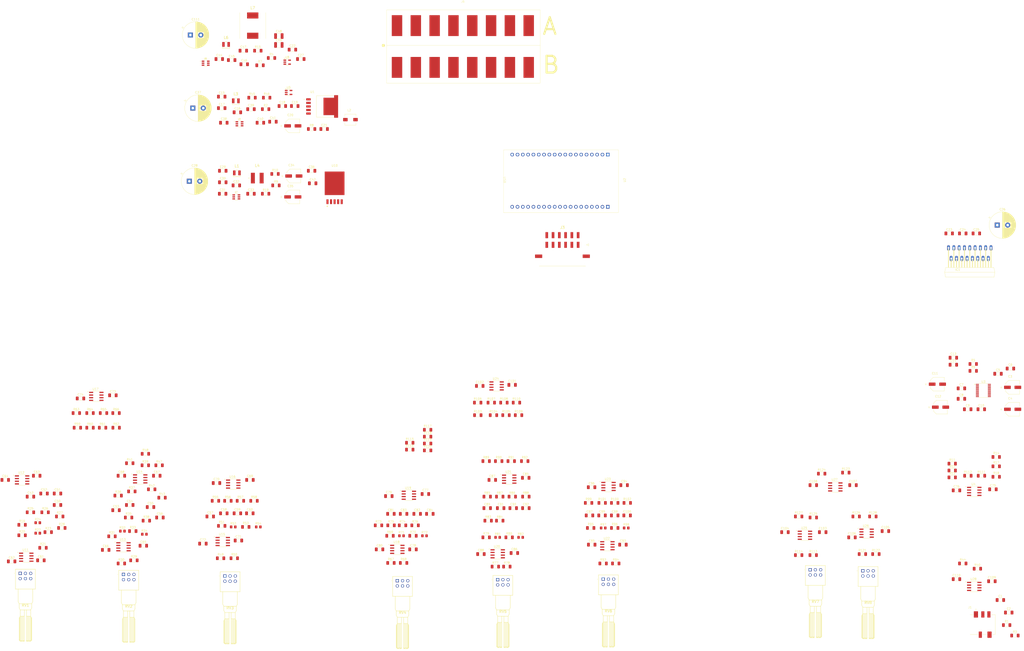
<source format=kicad_pcb>
(kicad_pcb (version 20240108) (generator "pcbnew") (generator_version "8.0")
  (layers (0 "F.Cu" signal) (31 "B.Cu" signal) (34 "B.Paste" user) (35 "F.Paste" user) (36 "B.SilkS" user "B.Silkscreen") (37 "F.SilkS" user "F.Silkscreen") (38 "B.Mask" user) (39 "F.Mask" user) (44 "Edge.Cuts" user))
  (net 0 "")
  (net 1 "Net-(U28A-+)")
  (net 2 "Net-(C1-Pad1)")
  (net 3 "Net-(C2-Pad1)")
  (net 4 "Net-(U28B-+)")
  (net 5 "GND")
  (net 6 "Net-(U3-LDOO)")
  (net 7 "+3.3VDigital")
  (net 8 "Net-(U3-CAPP)")
  (net 9 "Net-(U3-CAPM)")
  (net 10 "+3.3VAnalog")
  (net 11 "GNDA")
  (net 12 "Net-(U3-VNEG)")
  (net 13 "Net-(U4A--)")
  (net 14 "Net-(U4B--)")
  (net 15 "+12VPerm")
  (net 16 "Net-(U9-EN)")
  (net 17 "Net-(U1-IN)")
  (net 18 "+5VAnalog")
  (net 19 "+5VDigital")
  (net 20 "Net-(IC1-INPUT1)")
  (net 21 "MSL")
  (net 22 "Net-(IC1-IN3)")
  (net 23 "MSR")
  (net 24 "Net-(U10-*SHDN)")
  (net 25 "Net-(U7-CB)")
  (net 26 "Net-(U7-SW)")
  (net 27 "Net-(U9-SW)")
  (net 28 "Net-(U9-CB)")
  (net 29 "-5VAnalog")
  (net 30 "Net-(C43-Pad1)")
  (net 31 "FALowR")
  (net 32 "Net-(U6-EN)")
  (net 33 "Net-(U6-CB)")
  (net 34 "Net-(U6-SW)")
  (net 35 "Net-(U12B-+)")
  (net 36 "Net-(U12A-+)")
  (net 37 "Net-(C52-Pad1)")
  (net 38 "FALowL")
  (net 39 "Net-(C53-Pad2)")
  (net 40 "Net-(U14A-+)")
  (net 41 "Net-(C55-Pad2)")
  (net 42 "Net-(U14B-+)")
  (net 43 "Net-(C57-Pad1)")
  (net 44 "Net-(C57-Pad2)")
  (net 45 "Net-(U16A-+)")
  (net 46 "Net-(C59-Pad2)")
  (net 47 "Net-(C59-Pad1)")
  (net 48 "Net-(U16B-+)")
  (net 49 "Net-(U19A-+)")
  (net 50 "Net-(U19B-+)")
  (net 51 "FANCLowL")
  (net 52 "Net-(C83-Pad1)")
  (net 53 "Net-(C84-Pad1)")
  (net 54 "FANCLowR")
  (net 55 "Net-(C89-Pad2)")
  (net 56 "Net-(C90-Pad2)")
  (net 57 "Net-(U21A-+)")
  (net 58 "Net-(U21B-+)")
  (net 59 "Net-(C97-Pad2)")
  (net 60 "Net-(C97-Pad1)")
  (net 61 "Net-(C98-Pad2)")
  (net 62 "Net-(C100-Pad2)")
  (net 63 "Net-(U23A-+)")
  (net 64 "Net-(U23B-+)")
  (net 65 "RightFront+")
  (net 67 "LeftFront-")
  (net 71 "GNDPWR")
  (net 72 "LeftFront+")
  (net 73 "RightFront-")
  (net 74 "Net-(U2-IO35)")
  (net 75 "Net-(U2-IO34)")
  (net 76 "AVRCP_NEXT")
  (net 77 "I2C_SDA")
  (net 79 "AVRC_PREV")
  (net 80 "I2C_SCL")
  (net 81 "AVRCP_PLAY")
  (net 84 "RANCR")
  (net 89 "RANCL")
  (net 91 "Net-(R2-Pad1)")
  (net 92 "Net-(R4-Pad2)")
  (net 93 "Net-(U6-FB)")
  (net 94 "Net-(U3-OUTL)")
  (net 95 "Net-(U3-OUTR)")
  (net 96 "Net-(U1-SD)")
  (net 97 "Net-(U7-FB)")
  (net 98 "Net-(R19-Pad2)")
  (net 99 "RALowL")
  (net 100 "Net-(R11-Pad1)")
  (net 101 "RAMidL")
  (net 102 "RAHighL")
  (net 103 "Net-(R111-Pad2)")
  (net 104 "RALowR")
  (net 105 "Net-(R16-Pad1)")
  (net 106 "RAMidR")
  (net 107 "RAHighR")
  (net 108 "Net-(R20-Pad1)")
  (net 109 "Net-(U11A--)")
  (net 110 "Net-(R22-Pad1)")
  (net 111 "Net-(U11B--)")
  (net 112 "Net-(R24-Pad1)")
  (net 113 "Net-(R29-Pad1)")
  (net 114 "Net-(R30-Pad1)")
  (net 115 "Net-(U13A--)")
  (net 116 "Net-(R32-Pad1)")
  (net 117 "Net-(U13B--)")
  (net 118 "Net-(R34-Pad1)")
  (net 119 "FAMidL")
  (net 120 "Net-(U14A--)")
  (net 121 "Net-(U28B--)")
  (net 122 "FAMidR")
  (net 123 "Net-(U28A--)")
  (net 124 "Net-(U9-FB)")
  (net 125 "Net-(U14B--)")
  (net 126 "Net-(R49-Pad1)")
  (net 127 "Net-(R50-Pad1)")
  (net 128 "Net-(U15A--)")
  (net 129 "Net-(U15B--)")
  (net 130 "FAHighL")
  (net 131 "FAHighR")
  (net 132 "Net-(U17A--)")
  (net 133 "FAL")
  (net 134 "Net-(U17B--)")
  (net 135 "FAR")
  (net 136 "RANCLowL")
  (net 137 "Net-(R67-Pad1)")
  (net 138 "Net-(R68-Pad1)")
  (net 139 "RANCLowR")
  (net 140 "Net-(U18A--)")
  (net 141 "Net-(U18B--)")
  (net 142 "Net-(R71-Pad1)")
  (net 143 "Net-(R72-Pad1)")
  (net 144 "Net-(R77-Pad1)")
  (net 145 "RANCMidL")
  (net 146 "Net-(R78-Pad1)")
  (net 147 "RANCMidR")
  (net 148 "Net-(U20A--)")
  (net 149 "Net-(U20B--)")
  (net 150 "Net-(R81-Pad1)")
  (net 151 "Net-(R82-Pad1)")
  (net 152 "FANCMidL")
  (net 153 "FANCMidR")
  (net 154 "Net-(U21A--)")
  (net 155 "Net-(U21B--)")
  (net 156 "RANCHighL")
  (net 157 "Net-(R93-Pad1)")
  (net 158 "RANCHighR")
  (net 159 "Net-(R94-Pad1)")
  (net 160 "Net-(U22A--)")
  (net 161 "Net-(U22B--)")
  (net 162 "FANCHighL")
  (net 163 "FANCHighR")
  (net 164 "Net-(U24A--)")
  (net 165 "Net-(U24B--)")
  (net 166 "FANCL")
  (net 167 "FANCR")
  (net 168 "Net-(R113-Pad1)")
  (net 169 "Net-(R114-Pad1)")
  (net 170 "Net-(R121-Pad1)")
  (net 171 "Net-(R122-Pad1)")
  (net 172 "Net-(U27B--)")
  (net 173 "Net-(U27A--)")
  (net 174 "Net-(U25A--)")
  (net 175 "Net-(U26A--)")
  (net 176 "Net-(U25B--)")
  (net 177 "Net-(U26B--)")
  (net 178 "Net-(U11B-+)")
  (net 179 "Net-(U11A-+)")
  (net 180 "Net-(U13A-+)")
  (net 181 "Net-(U13B-+)")
  (net 182 "Net-(U15A-+)")
  (net 183 "Net-(U15B-+)")
  (net 184 "Net-(U18B-+)")
  (net 185 "Net-(U18A-+)")
  (net 186 "Net-(U20B-+)")
  (net 187 "Net-(U20A-+)")
  (net 188 "Net-(U22A-+)")
  (net 189 "Net-(U22B-+)")
  (net 190 "Net-(U25A-+)")
  (net 191 "Net-(U25B-+)")
  (net 192 "Net-(U26A-+)")
  (net 193 "Net-(U26B-+)")
  (net 197 "I2S_WS")
  (net 200 "I2S_SCK")
  (net 210 "I2S_SD")
  (footprint "Capacitor_SMD:C_1206_3216Metric_Pad1.33x1.80mm_HandSolder" (layer "F.Cu") (at 179 96.5)
    (property "Reference" "C29")
    (property "Value" "10n")
  )
  (footprint "Capacitor_SMD:C_1206_3216Metric_Pad1.33x1.80mm_HandSolder" (layer "F.Cu") (at 278.0625 260.75)
    (property "Reference" "C84")
    (property "Value" "22n")
  )
  (footprint "Capacitor_SMD:C_1206_3216Metric_Pad1.33x1.80mm_HandSolder" (layer "F.Cu") (at 176 246)
    (property "Reference" "C70")
    (property "Value" "100n")
  )
  (footprint "AudioSystemFootprintLibrary:LMR51420XFDDCR" (layer "F.Cu") (at 170.823959 45)
    (property "Reference" "U6")
    (property "Value" "LMR51420XFDDCR")
  )
  (footprint "Resistor_SMD:R_1206_3216Metric_Pad1.30x1.75mm_HandSolder" (layer "F.Cu") (at 268.45 230)
    (property "Reference" "R116")
    (property "Value" "1k")
  )
  (footprint "Capacitor_SMD:C_1206_3216Metric_Pad1.33x1.80mm_HandSolder" (layer "F.Cu") (at 78 283.5)
    (property "Reference" "C62")
    (property "Value" "100n")
  )
  (footprint "Resistor_SMD:R_1206_3216Metric_Pad1.30x1.75mm_HandSolder" (layer "F.Cu") (at 307.45 207.5)
    (property "Reference" "R107")
    (property "Value" "1k")
  )
  (footprint "AudioSystemFootprintLibrary:SJ1-3515-SMT-TR-BE" (layer "F.Cu") (at 542.5 314)
    (property "Reference" "J1")
    (property "Value" "SJ1-3515-SMT-TR-BE")
  )
  (footprint "Resistor_SMD:R_1206_3216Metric_Pad1.30x1.75mm_HandSolder" (layer "F.Cu") (at 305 235.5)
    (property "Reference" "R89")
    (property "Value" "2k")
  )
  (footprint "Resistor_SMD:R_1206_3216Metric_Pad1.30x1.75mm_HandSolder" (layer "F.Cu") (at 271 266.25)
    (property "Reference" "R76")
    (property "Value" "16k")
  )
  (footprint "Capacitor_SMD:C_1206_3216Metric_Pad1.33x1.80mm_HandSolder" (layer "F.Cu") (at 179 102)
    (property "Reference" "C30")
    (property "Value" "100n")
  )
  (footprint "Capacitor_SMD:C_1206_3216Metric_Pad1.33x1.80mm_HandSolder" (layer "F.Cu") (at 366.5 261.5)
    (property "Reference" "C98")
    (property "Value" "22n")
  )
  (footprint "Resistor_SMD:R_1206_3216Metric_Pad1.30x1.75mm_HandSolder" (layer "F.Cu") (at 268.45 226.71)
    (property "Reference" "R115")
    (property "Value" "1k")
  )
  (footprint "Resistor_SMD:R_1206_3216Metric_Pad1.30x1.75mm_HandSolder" (layer "F.Cu") (at 482 262)
    (property "Reference" "R126")
    (property "Value" "1k")
  )
  (footprint "AudioSystemFootprintLibrary:PTN092H10120K1B" (layer "F.Cu") (at 310.5 292.25)
    (property "Reference" "RV5")
    (property "Value" "10k" (hide yes))
  )
  (footprint "Capacitor_SMD:C_1206_3216Metric_Pad1.33x1.80mm_HandSolder" (layer "F.Cu") (at 148.9375 262.5)
    (property "Reference" "C56")
    (property "Value" "22n")
  )
  (footprint "AudioSystemFootprintLibrary:UCZ1J100MCL1GS" (layer "F.Cu") (at 213 99)
    (property "Reference" "C34")
    (property "Value" "10u")
  )
  (footprint "Capacitor_SMD:C_1206_3216Metric_Pad1.33x1.80mm_HandSolder" (layer "F.Cu") (at 466 269.5)
    (property "Reference" "C103")
    (property "Value" "100n")
  )
  (footprint "Capacitor_SMD:C_1206_3216Metric_Pad1.33x1.80mm_HandSolder" (layer "F.Cu") (at 90 242.5)
    (property "Reference" "C63")
    (property "Value" "100n")
  )
  (footprint "Capacitor_SMD:C_1206_3216Metric_Pad1.33x1.80mm_HandSolder" (layer "F.Cu") (at 275.9375 251.25)
    (property "Reference" "C77")
    (property "Value" "100n")
  )
  (footprint "Package_SO:TSSOP-20_4.4x6.5mm_P0.65mm" (layer "F.Cu") (at 542.8625 201.675)
    (property "Reference" "U3")
    (property "Value" "PCM5102A")
  )
  (footprint "Resistor_SMD:R_1206_3216Metric_Pad1.30x1.75mm_HandSolder" (layer "F.Cu") (at 549 233.5)
    (property "Reference" "R14")
    (property "Value" "1k")
  )
  (footprint "Capacitor_SMD:C_1206_3216Metric_Pad1.33x1.80mm_HandSolder" (layer "F.Cu") (at 539.5 126.5)
    (property "Reference" "C25")
    (property "Value" "100n")
  )
  (footprint "Resistor_SMD:R_0805_2012Metric_Pad1.20x1.40mm_HandSolder" (layer "F.Cu") (at 141.5 270.5)
    (property "Reference" "R34")
    (property "Value" "500")
  )
  (footprint "Resistor_SMD:R_1206_3216Metric_Pad1.30x1.75mm_HandSolder" (layer "F.Cu") (at 259.5 266.25)
    (property "Reference" "R75")
    (property "Value" "16k")
  )
  (footprint "Resistor_SMD:R_1206_3216Metric_Pad1.30x1.75mm_HandSolder" (layer "F.Cu") (at 134.5 236.5)
    (property "Reference" "R41")
    (property "Value" "1k")
  )
  (footprint "Resistor_SMD:R_0805_2012Metric_Pad1.20x1.40mm_HandSolder" (layer "F.Cu") (at 372 267.5)
    (property "Reference" "R98")
    (property "Value" "500")
  )
  (footprint "Resistor_SMD:R_1206_3216Metric_Pad1.30x1.75mm_HandSolder" (layer "F.Cu") (at 200 61.5)
    (property "Reference" "R46")
    (property "Value" "12k")
  )
  (footprint "Resistor_SMD:R_1206_3216Metric_Pad1.30x1.75mm_HandSolder" (layer "F.Cu") (at 308.5 213.5)
    (property "Reference" "R104")
    (property "Value" "1k")
  )
  (footprint "Resistor_SMD:R_1206_3216Metric_Pad1.30x1.75mm_HandSolder" (layer "F.Cu") (at 367 284.5)
    (property "Reference" "R94")
    (property "Value" "5k")
  )
  (footprint "AudioSystemFootprintLibrary:OPA2134UA" (layer "F.Cu") (at 85 281.5)
    (property "Reference" "U11")
    (property "Value" "OPA2134")
  )
  (footprint "Resistor_SMD:R_1206_3216Metric_Pad1.30x1.75mm_HandSolder" (layer "F.Cu") (at 221.5 76.5)
    (property "Reference" "R8")
    (property "Value" "10k")
  )
  (footprint "Resistor_SMD:R_1206_3216Metric_Pad1.30x1.75mm_HandSolder" (layer "F.Cu") (at 305 272)
    (property "Reference" "R79")
    (property "Value" "1k")
  )
  (footprint "Capacitor_THT:CP_Radial_D12.5mm_P5.00mm" (layer "F.Cu") (at 163 101.5)
    (property "Reference" "C28")
    (property "Value" "1000u")
  )
  (footprint "Capacitor_SMD:C_1206_3216Metric_Pad1.33x1.80mm_HandSolder" (layer "F.Cu") (at 134.5 256.5)
    (property "Reference" "C54")
    (property "Value" "22n")
  )
  (footprint "Capacitor_SMD:C_1206_3216Metric_Pad1.33x1.80mm_HandSolder" (layer "F.Cu") (at 317.9375 258)
    (property "Reference" "C90")
    (property "Value" "22n")
  )
  (footprint "Capacitor_SMD:C_1206_3216Metric_Pad1.33x1.80mm_HandSolder" (layer "F.Cu") (at 212.323959 38.5)
    (property "Reference" "C22")
    (property "Value" "1u")
  )
  (footprint "Resistor_SMD:R_1206_3216Metric_Pad1.30x1.75mm_HandSolder" (layer "F.Cu") (at 115.5 212.5)
    (property "Reference" "R64")
    (property "Value" "1k")
  )
  (footprint "Capacitor_SMD:C_1206_3216Metric_Pad1.33x1.80mm_HandSolder" (layer "F.Cu") (at 169.5 275)
    (property "Reference" "C72")
    (property "Value" "100n")
  )
  (footprint "Capacitor_SMD:C_1206_3216Metric_Pad1.33x1.80mm_HandSolder" (layer "F.Cu") (at 354.4375 261.5)
    (property "Reference" "C97")
    (property "Value" "22n")
  )
  (footprint "AudioSystemFootprintLibrary:UCZ1J100MCL1GS" (layer "F.Cu") (at 556.8625 200.175)
    (property "Reference" "C3")
    (property "Value" "10u")
  )
  (footprint "Resistor_SMD:R_1206_3216Metric_Pad1.30x1.75mm_HandSolder" (layer "F.Cu") (at 178.5 266.5)
    (property "Reference" "R51")
    (property "Value" "1k")
  )
  (footprint "Capacitor_SMD:C_1206_3216Metric_Pad1.33x1.80mm_HandSolder" (layer "F.Cu") (at 147.4375 242.5)
    (property "Reference" "C67")
    (property "Value" "100n")
  )
  (footprint "Capacitor_SMD:C_1206_3216Metric_Pad1.33x1.80mm_HandSolder" (layer "F.Cu") (at 93.5 251)
    (property "Reference" "C52")
    (property "Value" "22n")
  )
  (footprint "Resistor_SMD:R_1206_3216Metric_Pad1.30x1.75mm_HandSolder" (layer "F.Cu") (at 128 219.5)
    (property "Reference" "R62")
    (property "Value" "1k")
  )
  (footprint "Capacitor_SMD:C_1206_3216Metric_Pad1.33x1.80mm_HandSolder" (layer "F.Cu") (at 192.5 67)
    (property "Reference" "C39")
    (property "Value" "0.1u")
  )
  (footprint "AudioSystemFootprintLibrary:OPA2134UA" (layer "F.Cu") (at 487 270)
    (property "Reference" "U26")
    (property "Value" "OPA2134")
  )
  (footprint "Resistor_SMD:R_0805_2012Metric_Pad1.20x1.40mm_HandSolder" (layer "F.Cu") (at 310.5 272)
    (property "Reference" "R81")
    (property "Value" "500")
  )
  (footprint "Capacitor_SMD:C_1206_3216Metric_Pad1.33x1.80mm_HandSolder" (layer "F.Cu") (at 302.5 280)
    (property "Reference" "C88")
    (property "Value" "100n")
  )
  (footprint "AudioSystemFootprintLibrary:OPA2134UA" (layer "F.Cu") (at 538.5 295.5)
    (property "Reference" "U28")
    (property "Value" "OPA2134")
  )
  (footprint "Resistor_SMD:R_1206_3216Metric_Pad1.30x1.75mm_HandSolder" (layer "F.Cu") (at 300.95 207.5)
    (property "Reference" "R106")
    (property "Value" "1k")
  )
  (footprint "Capacitor_SMD:C_1206_3216Metric_Pad1.33x1.80mm_HandSolder" (layer "F.Cu") (at 177.323959 43)
    (property "Reference" "C44")
    (property "Value" "100n")
  )
  (footprint "Resistor_SMD:R_1206_3216Metric_Pad1.30x1.75mm_HandSolder" (layer "F.Cu") (at 485 280)
    (property "Reference" "R121")
    (property "Value" "5k")
  )
  (footprint "Capacitor_SMD:C_1206_3216Metric_Pad1.33x1.80mm_HandSolder" (layer "F.Cu") (at 355.4375 248)
    (property "Reference" "C96")
    (property "Value" "100n")
  )
  (footprint "Capacitor_SMD:C_1206_3216Metric_Pad1.33x1.80mm_HandSolder" (layer "F.Cu") (at 197 73.5)
    (property "Reference" "C40")
    (property "Value" "10u")
  )
  (footprint "Capacitor_SMD:C_1206_3216Metric_Pad1.33x1.80mm_HandSolder" (layer "F.Cu") (at 318.5 279.5)
    (property "Reference" "C86")
    (property "Value" "100n")
  )
  (footprint "Capacitor_SMD:C_1206_3216Metric_Pad1.33x1.80mm_HandSolder" (layer "F.Cu") (at 189.261459 45.5)
    (property "Reference" "C46")
    (property "Value" "2.2u")
  )
  (footprint "Capacitor_SMD:C_1206_3216Metric_Pad1.33x1.80mm_HandSolder" (layer "F.Cu") (at 532.3625 205.675)
    (property "Reference" "C8")
    (property "Value" "0.1u")
  )
  (footprint "Capacitor_SMD:C_1206_3216Metric_Pad1.33x1.80mm_HandSolder" (layer "F.Cu") (at 173 262)
    (property "Reference" "C57")
    (property "Value" "22n")
  )
  (footprint "AudioSystemFootprintLibrary:UCZ1J100MCL1GS" (layer "F.Cu") (at 212.5 75)
    (property "Reference" "C20")
    (property "Value" "10u")
  )
  (footprint "AudioSystemFootprintLibrary:SRP0315-1R0K" (layer "F.Cu") (at 185.75 97.73)
    (property "Reference" "L1")
    (property "Value" "1u" (hide yes))
  )
  (footprint "Capacitor_SMD:C_1206_3216Metric_Pad1.33x1.80mm_HandSolder" (layer "F.Cu") (at 371 247)
    (property "Reference" "C94")
    (property "Value" "100n")
  )
  (footprint "Resistor_SMD:R_1206_3216Metric_Pad1.30x1.75mm_HandSolder" (layer "F.Cu") (at 540 287)
    (property "Reference" "R40")
    (property "Value" "320")
  )
  (footprint "Resistor_SMD:R_1206_3216Metric_Pad1.30x1.75mm_HandSolder" (layer "F.Cu") (at 149.95 253)
    (property "Reference" "R43")
    (property "Value" "56k")
  )
  (footprint "Resistor_SMD:R_1206_3216Metric_Pad1.30x1.75mm_HandSolder" (layer "F.Cu") (at 314.9 286)
    (property "Reference" "R78")
    (property "Value" "5k")
  )
  (footprint "Resistor_SMD:R_1206_3216Metric_Pad1.30x1.75mm_HandSolder" (layer "F.Cu") (at 190 267)
    (property "Reference" "R53")
    (property "Value" "1k")
  )
  (footprint "Resistor_SMD:R_1206_3216Metric_Pad1.30x1.75mm_HandSolder" (layer "F.Cu") (at 323.45 235.5)
    (property "Reference" "R92")
    (property "Value" "1k")
  )
  (footprint "Capacitor_SMD:C_1206_3216Metric_Pad1.33x1.80mm_HandSolder" (layer "F.Cu") (at 221.5 96.5)
    (property "Reference" "C36")
    (property "Value" "10u")
  )
  (footprint "Capacitor_SMD:C_1206_3216Metric_Pad1.33x1.80mm_HandSolder" (layer "F.Cu") (at 546.9375 293)
    (property "Reference" "C109")
    (property "Value" "100n")
  )
  (footprint "Package_TO_SOT_SMD:SOT-23-5" (layer "F.Cu") (at 209.823959 44.5)
    (property "Reference" "U8")
    (property "Value" "LP5907MFX-3.3")
  )
  (footprint "Capacitor_SMD:C_1206_3216Metric_Pad1.33x1.80mm_HandSolder" (layer "F.Cu") (at 533 126.5)
    (property "Reference" "C24")
    (property "Value" "220n")
  )
  (footprint "Capacitor_SMD:C_1206_3216Metric_Pad1.33x1.80mm_HandSolder" (layer "F.Cu") (at 179.5 73.5)
    (property "Reference" "C38")
    (property "Value" "2.2u")
  )
  (footprint "AudioSystemFootprintLibrary:Conn_ISO_Solder_Pad" (layer "F.Cu") (at 293.853554 21.5)
    (property "Reference" "J6")
    (property "Value" "Conn_ISO")
  )
  (footprint "AudioSystemFootprintLibrary:OPA2134UA" (layer "F.Cu") (at 139.5 244)
    (property "Reference" "U14")
    (property "Value" "OPA2134")
  )
  (footprint "Resistor_SMD:R_1206_3216Metric_Pad1.30x1.75mm_HandSolder" (layer "F.Cu") (at 372.5 255.5)
    (property "Reference" "R102")
    (property "Value" "7.5k")
  )
  (footprint "AudioSystemFootprintLibrary:OPA2134UA" (layer "F.Cu") (at 118.5 204.5)
    (property "Reference" "U17")
    (property "Value" "OPA2134")
  )
  (footprint "Resistor_SMD:R_1206_3216Metric_Pad1.30x1.75mm_HandSolder" (layer "F.Cu") (at 202.323959 42.5)
    (property "Reference" "R4")
    (property "Value" "11k")
  )
  (footprint "Resistor_SMD:R_1206_3216Metric_Pad1.30x1.75mm_HandSolder" (layer "F.Cu") (at 465.5 241.5)
    (property "Reference" "R124")
    (property "Value" "1k")
  )
  (footprint "Resistor_SMD:R_1206_3216Metric_Pad1.30x1.75mm_HandSolder" (layer "F.Cu") (at 87 260)
    (property "Reference" "R25")
    (property "Value" "16k")
  )
  (footprint "Resistor_SMD:R_1206_3216Metric_Pad1.30x1.75mm_HandSolder" (layer "F.Cu") (at 313.5 207.5)
    (property "Reference" "R108")
    (property "Value" "1k")
  )
  (footprint "Capacitor_THT:CP_Radial_D12.5mm_P5.00mm" (layer "F.Cu") (at 549.5 122.5)
    (property "Reference" "C26")
    (property "Value" "2200u")
  )
  (footprint "Resistor_SMD:R_1206_3216Metric_Pad1.30x1.75mm_HandSolder" (layer "F.Cu") (at 93 277)
    (property "Reference" "R21")
    (property "Value" "1k")
  )
  (footprint "Capacitor_SMD:C_1206_3216Metric_Pad1.33x1.80mm_HandSolder" (layer "F.Cu") (at 270 277.75)
    (property "Reference" "C78")
    (property "Value" "100n")
  )
  (footprint "Capacitor_SMD:C_1206_3216Metric_Pad1.33x1.80mm_HandSolder" (layer "F.Cu") (at 99.9375 256.5)
    (property "Reference" "C50")
    (property "Value" "22n")
  )
  (footprint "AudioSystemFootprintLibrary:TDA1558Q" (layer "F.Cu") (at 536.35 147.39)
    (property "Reference" "IC1")
    (property "Value" "TDA1558Q")
  )
  (footprint "Capacitor_SMD:C_1210_3225Metric_Pad1.33x2.70mm_HandSolder" (layer "F.Cu") (at 205.823959 36.25)
    (property "Reference" "C49")
    (property "Value" "22u")
  )
  (footprint "Capacitor_SMD:C_1206_3216Metric_Pad1.33x1.80mm_HandSolder" (layer "F.Cu") (at 144.4375 257.5)
    (property "Reference" "C55")
    (property "Value" "22n")
  )
  (footprint "Resistor_SMD:R_1206_3216Metric_Pad1.30x1.75mm_HandSolder" (layer "F.Cu") (at 148.55 237.5)
    (property "Reference" "R47")
    (property "Value" "2k")
  )
  (footprint "Capacitor_SMD:C_1206_3216Metric_Pad1.33x1.80mm_HandSolder" (layer "F.Cu") (at 530 292)
    (property "Reference" "C110")
    (property "Value" "100n")
  )
  (footprint "Capacitor_SMD:C_1206_3216Metric_Pad1.33x1.80mm_HandSolder" (layer "F.Cu") (at 213.4375 65.5)
    (property "Reference" "C19")
    (property "Value" "1u")
  )
  (footprint "Resistor_SMD:R_1206_3216Metric_Pad1.30x1.75mm_HandSolder" (layer "F.Cu") (at 538 192.29)
    (property "Reference" "R6")
    (property "Value" "470")
  )
  (footprint "Resistor_SMD:R_1206_3216Metric_Pad1.30x1.75mm_HandSolder" (layer "F.Cu") (at 301 213.5)
    (property "Reference" "R103")
    (property "Value" "1k")
  )
  (footprint "Resistor_SMD:R_1206_3216Metric_Pad1.30x1.75mm_HandSolder" (layer "F.Cu") (at 115.5 219.5)
    (property "Reference" "R60")
    (property "Value" "1k")
  )
  (footprint "AudioSystemFootprintLibrary:LP3856ES-5.0" (layer "F.Cu") (at 226.545 65.7)
    (property "Reference" "U1")
    (property "Value" "LP3856ES-5.0")
  )
  (footprint "Resistor_SMD:R_1206_3216Metric_Pad1.30x1.75mm_HandSolder" (layer "F.Cu") (at 277 230.37)
    (property "Reference" "R120")
    (property "Value" "1k")
  )
  (footprint "Capacitor_SMD:C_1206_3216Metric_Pad1.33x1.80mm_HandSolder" (layer "F.Cu") (at 207.5 65.5)
    (property "Reference" "C18")
    (property "Value" "1u")
  )
  (footprint "AudioSystemFootprintLibrary:SRP0315-1R0K" (layer "F.Cu") (at 180.573959 36.23)
    (property "Reference" "L6")
    (property "Value" "1u" (hide yes))
  )
  (footprint "Resistor_SMD:R_1206_3216Metric_Pad1.30x1.75mm_HandSolder" (layer "F.Cu") (at 136.5 283)
    (property "Reference" "R29")
    (property "Value" "5k")
  )
  (footprint "Resistor_SMD:R_1206_3216Metric_Pad1.30x1.75mm_HandSolder" (layer "F.Cu") (at 277 223.79)
    (property "Reference" "R118")
    (property "Value" "1k")
  )
  (footprint "Resistor_SMD:R_1206_3216Metric_Pad1.30x1.75mm_HandSolder" (layer "F.Cu") (at 538 189)
    (property "Reference" "R5")
    (property "Value" "470")
  )
  (footprint "Capacitor_SMD:C_1206_3216Metric_Pad1.33x1.80mm_HandSolder" (layer "F.Cu") (at 259.4375 260.75)
    (property "Reference" "C81")
    (property "Value" "22n")
  )
  (footprint "Capacitor_SMD:C_1206_3216Metric_Pad1.33x1.80mm_HandSolder" (layer "F.Cu") (at 265.5 260.75)
    (property "Reference" "C83")
    (property "Value" "22n")
  )
  (footprint "Resistor_SMD:R_1206_3216Metric_Pad1.30x1.75mm_HandSolder" (layer "F.Cu") (at 141.95 237.5)
    (property "Reference" "R39")
    (property "Value" "2k")
  )
  (footprint "Capacitor_SMD:C_1206_3216Metric_Pad1.33x1.80mm_HandSolder" (layer "F.Cu") (at 480.5 247)
    (property "Reference" "C107")
    (property "Value" "100n")
  )
  (footprint "Resistor_SMD:R_0805_2012Metric_Pad1.20x1.40mm_HandSolder" (layer "F.Cu") (at 90.5 270)
    (property "Reference" "R22")
    (property "Value" "500")
  )
  (footprint "Resistor_SMD:R_1206_3216Metric_Pad1.30x1.75mm_HandSolder" (layer "F.Cu") (at 108.95 212.5)
    (property "Reference" "R63")
    (property "Value" "1k")
  )
  (footprint "Capacitor_SMD:C_1206_3216Metric_Pad1.33x1.80mm_HandSolder" (layer "F.Cu") (at 186 68.5)
    (property "Reference" "C16")
    (property "Value" "100n")
  )
  (footprint "AudioSystemFootprintLibrary:UCZ1J100MCL1GS" (layer "F.Cu") (at 522.3675 209.675)
    (property "Reference" "C12")
    (property "Value" "10u")
  )
  (footprint "Resistor_SMD:R_1206_3216Metric_Pad1.30x1.75mm_HandSolder" (layer "F.Cu") (at 527.95 243.29)
    (property "Reference" "R13")
    (property "Value" "1k")
  )
  (footprint "AudioSystemFootprintLibrary:OPA2134UA" (layer "F.Cu") (at 316.03 244.135)
    (property "Reference" "U21")
    (property "Value" "OPA2134")
  )
  (footprint "Resistor_SMD:R_1206_3216Metric_Pad1.30x1.75mm_HandSolder" (layer "F.Cu") (at 366.5 255.5)
    (property "Reference" "R100")
    (property "Value" "7.5k")
  )
  (footprint "Capacitor_SMD:C_1206_3216Metric_Pad1.33x1.80mm_HandSolder" (layer "F.Cu") (at 301.9375 199.5)
    (property "Reference" "C102")
    (property "Value" "100n")
  )
  (footprint "Capacitor_SMD:C_1206_3216Metric_Pad1.33x1.80mm_HandSolder" (layer "F.Cu") (at 528.5 189.35)
    (property "Reference" "C14")
    (property "Value" "2.2n")
  )
  (footprint "AudioSystemFootprintLibrary:LMR51420YFDDCR" (layer "F.Cu") (at 185.5 109)
    (property "Reference" "U7")
    (property "Value" "LMR51420YFDDCR")
  )
  (footprint "AudioSystemFootprintLibrary:SRP5030T-3R3M" (layer "F.Cu") (at 240.08 72)
    (property "Reference" "L2")
    (property "Value" "3.3u")
  )
  (footprint "Capacitor_SMD:C_1206_3216Metric_Pad1.33x1.80mm_HandSolder" (layer "F.Cu") (at 203 73)
    (property "Reference" "C41")
    (property "Value" "10u")
  )
  (footprint "Capacitor_SMD:C_1206_3216Metric_Pad1.33x1.80mm_HandSolder" (layer "F.Cu") (at 141 276)
    (property "Reference" "C65")
    (property "Value" "100n")
  )
  (footprint "Resistor_SMD:R_1206_3216Metric_Pad1.30x1.75mm_HandSolder" (layer "F.Cu") (at 181.45 254.5)
    (property "Reference" "R56")
    (property "Value" "7.5k")
  )
  (footprint "Capacitor_SMD:C_1206_3216Metric_Pad1.33x1.80mm_HandSolder" (layer "F.Cu") (at 130.5 242.5)
    (property "Reference" "C68")
    (property "Value" "100n")
  )
  (footprint "Capacitor_SMD:C_1206_3216Metric_Pad1.33x1.80mm_HandSolder" (layer "F.Cu") (at 254 277.75)
    (property "Reference" "C80")
    (property "Value" "100n")
  )
  (footprint "Capacitor_SMD:C_1206_3216Metric_Pad1.33x1.80mm_HandSolder" (layer "F.Cu") (at 307.9375 244.5)
    (property "Reference" "C87")
    (property "Value" "100n")
  )
  (footprint "Resistor_SMD:R_1206_3216Metric_Pad1.30x1.75mm_HandSolder" (layer "F.Cu") (at 360.95 284.5)
    (property "Reference" "R93")
    (property "Value" "5k")
  )
  (footprint "AudioSystemFootprintLibrary:PTN092H10120K1B" (layer "F.Cu") (at 131.5 289.75)
    (property "Reference" "RV2")
    (property "Value" "10k" (hide yes))
  )
  (footprint "Capacitor_SMD:C_1206_3216Metric_Pad1.33x1.80mm_HandSolder" (layer "F.Cu") (at 532.3625 200.675)
    (property "Reference" "C7")
    (property "Value" "2.2u")
  )
  (footprint "Capacitor_SMD:C_1206_3216Metric_Pad1.33x1.80mm_HandSolder" (layer "F.Cu") (at 549.8625 193.675)
    (property "Reference" "C5")
    (property "Value" "0.1u")
  )
  (footprint "Capacitor_SMD:C_1206_3216Metric_Pad1.33x1.80mm_HandSolder" (layer "F.Cu") (at 324 258)
    (property "Reference" "C92")
    (property "Value" "22n")
  )
  (footprint "Capacitor_SMD:C_1206_3216Metric_Pad1.33x1.80mm_HandSolder" (layer "F.Cu") (at 178.5 61)
    (property "Reference" "C15")
    (property "Value" "100n")
  )
  (footprint "Capacitor_SMD:C_1206_3216Metric_Pad1.33x1.80mm_HandSolder" (layer "F.Cu") (at 179.5 260.5)
    (property "Reference" "C58")
    (property "Value" "22n")
  )
  (footprint "Resistor_SMD:R_1206_3216Metric_Pad1.30x1.75mm_HandSolder" (layer "F.Cu") (at 184.5 282)
    (property "Reference" "R50")
    (property "Value" "5k")
  )
  (footprint "AudioSystemFootprintLibrary:OPA2134UA" (layer "F.Cu") (at 262.5 277.75)
    (property "Reference" "U18")
    (property "Value" "OPA2134")
  )
  (footprint "Capacitor_SMD:C_1206_3216Metric_Pad1.33x1.80mm_HandSolder" (layer "F.Cu") (at 461.5 247)
    (property "Reference" "C108")
    (property "Value" "100n")
  )
  (footprint "Resistor_SMD:R_1206_3216Metric_Pad1.30x1.75mm_HandSolder" (layer "F.Cu") (at 541.95 242.5)
    (property "Reference" "R111")
    (property "Value" "470")
  )
  (footprint "Capacitor_SMD:C_1206_3216Metric_Pad1.33x1.80mm_HandSolder" (layer "F.Cu") (at 192.5 107.5)
    (property "Reference" "C33")
    (property "Value" "0.1u")
  )
  (footprint "Resistor_SMD:R_1206_3216Metric_Pad1.30x1.75mm_HandSolder" (layer "F.Cu") (at 316 272)
    (property "Reference" "R80")
    (property "Value" "1k")
  )
  (footprint "Resistor_SMD:R_0805_2012Metric_Pad1.20x1.40mm_HandSolder" (layer "F.Cu") (at 264.5 271.25)
    (property "Reference" "R71")
    (property "Value" "500")
  )
  (footprint "Resistor_SMD:R_1206_3216Metric_Pad1.30x1.75mm_HandSolder" (layer "F.Cu") (at 199.5 107.5)
    (property "Reference" "R19")
    (property "Value" "180")
  )
  (footprint "Resistor_SMD:R_0805_2012Metric_Pad1.20x1.40mm_HandSolder" (layer "F.Cu") (at 275.5 271.25)
    (property "Reference" "R72")
    (property "Value" "500")
  )
  (footprint "Capacitor_SMD:C_1206_3216Metric_Pad1.33x1.80mm_HandSolder" (layer "F.Cu") (at 186.5 273.5)
    (property "Reference" "C71")
    (property "Value" "100n")
  )
  (footprint "Resistor_SMD:R_1206_3216Metric_Pad1.30x1.75mm_HandSolder" (layer "F.Cu") (at 305.5 252.5)
    (property "Reference" "R85")
    (property "Value" "12k")
  )
  (footprint "Capacitor_SMD:C_1206_3216Metric_Pad1.33x1.80mm_HandSolder" (layer "F.Cu") (at 447.9375 269.5)
    (property "Reference" "C104")
    (property "Value" "100n")
  )
  (footprint "AudioSystemFootprintLibrary:PTN092H10120K1B" (layer "F.Cu") (at 485.2 288)
    (property "Reference" "RV8")
    (property "Value" "10k" (hide yes))
  )
  (footprint "Capacitor_SMD:C_1206_3216Metric_Pad1.33x1.80mm_HandSolder" (layer "F.Cu") (at 191.9375 260.5)
    (property "Reference" "C60")
    (property "Value" "22n")
  )
  (footprint "Resistor_SMD:R_1206_3216Metric_Pad1.30x1.75mm_HandSolder" (layer "F.Cu") (at 317 235.5)
    (property "Reference" "R91")
    (property "Value" "2k")
  )
  (footprint "AudioSystemFootprintLibrary:OPA2134UA" (layer "F.Cu") (at 472.03 247.865)
    (property "Reference" "U27")
    (property "Value" "OPA2134")
  )
  (footprint "AudioSystemFootprintLibrary:OPA2134UA" (layer "F.Cu") (at 83 244.5)
    (property "Reference" "U12")
    (property "Value" "OPA2134")
  )
  (footprint "Capacitor_SMD:C_1206_3216Metric_Pad1.33x1.80mm_HandSolder" (layer "F.Cu") (at 530 249.5)
    (property "Reference" "C76")
    (property "Value" "100n")
  )
  (footprint "Resistor_SMD:R_1206_3216Metric_Pad1.30x1.75mm_HandSolder" (layer "F.Cu") (at 193.95 254.5)
    (property "Reference" "R58")
    (property "Value" "7.5k")
  )
  (footprint "Resistor_SMD:R_1206_3216Metric_Pad1.30x1.75mm_HandSolder" (layer "F.Cu") (at 259 271.25)
    (property "Reference" "R69")
    (property "Value" "1k")
  )
  (footprint "Capacitor_SMD:C_1206_3216Metric_Pad1.33x1.80mm_HandSolder" (layer "F.Cu") (at 535.3625 210.675)
    (property "Reference" "C9")
    (property "Value" "2.2u")
  )
  (footprint "Capacitor_SMD:C_1206_3216Metric_Pad1.33x1.80mm_HandSolder" (layer "F.Cu") (at 317.4375 199)
    (property "Reference" "C101")
    (property "Value" "100n")
  )
  (footprint "Capacitor_SMD:C_1206_3216Metric_Pad1.33x1.80mm_HandSolder" (layer "F.Cu") (at 258.4375 252.25)
    (property "Reference" "C79")
    (property "Value" "100n")
  )
  (footprint "Capacitor_SMD:C_1206_3216Metric_Pad1.33x1.80mm_HandSolder" (layer "F.Cu") (at 526.5 126.5)
    (property "Reference" "C23")
    (property "Value" "220n")
  )
  (footprint "Resistor_SMD:R_1206_3216Metric_Pad1.30x1.75mm_HandSolder" (layer "F.Cu") (at 187.45 254.5)
    (property "Reference" "R57")
    (property "Value" "7.5k")
  )
  (footprint "Capacitor_SMD:C_1206_3216Metric_Pad1.33x1.80mm_HandSolder" (layer "F.Cu") (at 555.8 191.175)
    (property "Reference" "C6")
    (property "Value" "0.1u")
  )
  (footprint "Resistor_SMD:R_1206_3216Metric_Pad1.30x1.75mm_HandSolder" (layer "F.Cu") (at 554 314)
    (property "Reference" "R1")
    (property "Value" "10k")
  )
  (footprint "Resistor_SMD:R_1206_3216Metric_Pad1.30x1.75mm_HandSolder" (layer "F.Cu") (at 130.5 284.5)
    (property "Reference" "R30")
    (property "Value" "5k")
  )
  (footprint "Resistor_SMD:R_1206_3216Metric_Pad1.30x1.75mm_HandSolder" (layer "F.Cu") (at 135.95 269)
    (property "Reference" "R33")
    (property "Value" "1k")
  )
  (footprint "Resistor_SMD:R_1206_3216Metric_Pad1.30x1.75mm_HandSolder" (layer "F.Cu") (at 265 266.25)
    (property "Reference" "R74")
    (property "Value" "16k")
  )
  (footprint "AudioSystemFootprintLibrary:OPA2134UA" (layer "F.Cu") (at 457.5 271)
    (property "Reference" "U25")
    (property "Value" "OPA2134")
  )
  (footprint "Capacitor_SMD:C_1206_3216Metric_Pad1.33x1.80mm_HandSolder" (layer "F.Cu") (at 272 260.75)
    (property "Reference" "C82")
    (property "Value" "22n")
  )
  (footprint "Capacitor_SMD:C_1206_3216Metric_Pad1.33x1.80mm_HandSolder" (layer "F.Cu") (at 360.4375 261.5)
    (property "Reference" "C99")
    (property "Value" "22n")
  )
  (footprint "Capacitor_SMD:C_1206_3216Metric_Pad1.33x1.80mm_HandSolder" (layer "F.Cu") (at 541.8625 210.675)
    (property "Reference" "C10")
    (property "Value" "0.1u")
  )
  (footprint "AudioSystemFootprintLibrary:OPA2134UA" (layer "F.Cu") (at 310.53 279.865)
    (property "Reference" "U20")
    (property "Value" "OPA2134")
  )
  (footprint "Capacitor_SMD:C_1206_3216Metric_Pad1.33x1.80mm_HandSolder" (layer "F.Cu") (at 87 252.5)
    (property "Reference" "C43")
    (property "Value" "22n")
  )
  (footprint "AudioSystemFootprintLibrary:OPA2134UA" (layer "F.Cu") (at 310 199.5)
    (property "Reference" "U24")
    (property "Value" "OPA2134")
  )
  (footprint "Resistor_SMD:R_1206_3216Metric_Pad1.30x1.75mm_HandSolder" (layer "F.Cu") (at 142.45 264)
    (property "Reference" "R38")
    (property "Value" "12k")
  )
  (footprint "AudioSystemFootprintLibrary:PTN092H10120K1B" (layer "F.Cu") (at 460 287.5)
    (property "Reference" "RV7")
    (property "Value" "10k" (hide yes))
  )
  (footprint "Capacitor_SMD:C_1206_3216Metric_Pad1.33x1.80mm_HandSolder" (layer "F.Cu") (at 192 244.5)
    (property "Reference" "C69")
    (property "Value" "100n")
  )
  (footprint "Capacitor_SMD:C_1206_3216Metric_Pad1.33x1.80mm_HandSolder" (layer "F.Cu") (at 547.4375 249)
    (property "Reference" "C75")
    (property "Value" "100n")
  )
  (footprint "AudioSystemFootprintLibrary:VLS6045EX-4R7M-H" (layer "F.Cu") (at 195.5 100)
    (property "Reference" "L4")
    (property "Value" "4.7u" (hide yes))
  )
  (footprint "AudioSystemFootprintLibrary:MODULE_DEVKIT_V1_ESP32-WROOM-32" (layer "F.Cu") (at 343 101.5 -90)
    (property "Reference" "U2")
    (property "Value" "DEVKIT_V1_ESP32-WROOM-32")
  )
  (footprint "AudioSystemFootprintLibrary:PTN092H10120K1B" (layer "F.Cu") (at 262.5 292.75)
    (property "Reference" "RV4")
    (property "Value" "10k" (hide yes))
  )
  (footprint "Resistor_SMD:R_1206_3216Metric_Pad1.30x1.75mm_HandSolder" (layer "F.Cu") (at 354 255.5)
    (property "Reference" "R99")
    (property "Value" "7.5k")
  )
  (footprint "AudioSystemFootprintLibrary:SRP0315-1R0K" (layer "F.Cu") (at 185.25 63.23)
    (property "Reference" "L3")
    (property "Value" "1u" (hide yes))
  )
  (footprint "Resistor_SMD:R_1206_3216Metric_Pad1.30x1.75mm_HandSolder" (layer "F.Cu") (at 490 262)
    (property "Reference" "R128")
    (property "Value" "1k")
  )
  (footprint "Resistor_SMD:R_1206_3216Metric_Pad1.30x1.75mm_HandSolder" (layer "F.Cu") (at 366.5 267.5)
    (property "Reference" "R96")
    (property "Value" "1k")
  )
  (footprint "AudioSystemFootprintLibrary:OPA2134UA" (layer "F.Cu") (at 538.5 250)
    (property "Reference" "U4")
    (property "Value" "OPA2134")
  )
  (footprint "Capacitor_SMD:C_1206_3216Metric_Pad1.33x1.80mm_HandSolder" (layer "F.Cu") (at 372.4375 261.5)
    (property "Reference" "C100")
    (property "Value" "22n")
  )
  (footprint "AudioSystemFootprintLibrary:PTN092H10120K1B" (layer "F.Cu") (at 180 290.5)
    (property "Reference" "RV3")
    (property "Value" "10k" (hide yes))
  )
  (footprint "AudioSystemFootprintLibrary:OPA2134UA" (layer "F.Cu") (at 184 246.5)
    (property "Reference" "U16")
    (property "Value" "OPA2134")
  )
  (footprint "Capacitor_THT:CP_Radial_D12.5mm_P5.00mm" (layer "F.Cu") (at 164.676041 66.5)
    (property "Reference" "C37")
    (property "Value" "1000u")
  )
  (footprint "Resistor_SMD:R_0805_2012Metric_Pad1.20x1.40mm_HandSolder" (layer "F.Cu") (at 196 267)
    (property "Reference" "R54")
    (property "Value" "500")
  )
  (footprint "Resistor_SMD:R_1206_3216Metric_Pad1.30x1.75mm_HandSolder" (layer "F.Cu") (at 95.5 269.5)
    (property "Reference" "R23")
    (property "Value" "1k")
  )
  (footprint "Resistor_SMD:R_1206_3216Metric_Pad1.30x1.75mm_HandSolder" (layer "F.Cu") (at 549 243)
    (property "Reference" "R18")
    (property "Value" "1k")
  )
  (footprint "Resistor_SMD:R_1206_3216Metric_Pad1.30x1.75mm_HandSolder" (layer "F.Cu") (at 204 98)
    (property "Reference" "R10")
    (property "Value" "100k")
  )
  (footprint "Resistor_SMD:R_1206_3216Metric_Pad1.30x1.75mm_HandSolder" (layer "F.Cu") (at 311.5 264)
    (property "Reference" "R84")
    (property "Value" "12k")
  )
  (footprint "Resistor_SMD:R_1206_3216Metric_Pad1.30x1.75mm_HandSolder" (layer "F.Cu") (at 94 260)
    (property "Reference" "R26")
    (property "Value" "16k")
  )
  (footprint "Resistor_SMD:R_1206_3216Metric_Pad1.30x1.75mm_HandSolder" (layer "F.Cu") (at 311.5 252.5)
    (property "Reference" "R87")
    (property "Value" "56k")
  )
  (footprint "Resistor_SMD:R_1206_3216Metric_Pad1.30x1.75mm_HandSolder" (layer "F.Cu") (at 177.95 282)
    (property "Reference" "R49")
    (property "Value" "5k")
  )
  (footprint "AudioSystemFootprintLibrary:OPA2134UA" (layer "F.Cu") (at 268.03 251.845)
    (property "Reference" "U19")
    (property "Value" "OPA2134")
  )
  (footprint "Resistor_SMD:R_1206_3216Metric_Pad1.30x1.75mm_HandSolder" (layer "F.Cu") (at 533 284.5)
    (property "Reference" "R44")
    (property "Value" "320")
  )
  (footprint "Resistor_SMD:R_1206_3216Metric_Pad1.30x1.75mm_HandSolder" (layer "F.Cu") (at 83 266)
    (property "Reference" "R16")
    (property "Value" "5k")
  )
  (footprint "Resistor_SMD:R_1206_3216Metric_Pad1.30x1.75mm_HandSolder" (layer "F.Cu") (at 461.5 262.5)
    (property "Reference" "R125")
    (property "Value" "1k")
  )
  (footprint "Capacitor_THT:CP_Radial_D12.5mm_P5.00mm" (layer "F.Cu") (at 163.5 31.5)
    (property "Reference" "C111")
    (property "Value" "1000u")
  )
  (footprint "Resistor_SMD:R_1206_3216Metric_Pad1.30x1.75mm_HandSolder" (layer "F.Cu") (at 454.5 262)
    (property "Reference" "R127")
    (property "Value" "1k")
  )
  (footprint "Resistor_SMD:R_1206_3216Metric_Pad1.30x1.75mm_HandSolder" (layer "F.Cu") (at 360.5 255.5)
    (property "Reference" "R101")
    (property "Value" "7.5k")
  )
  (footprint "Resistor_SMD:R_1206_3216Metric_Pad1.30x1.75mm_HandSolder" (layer "F.Cu") (at 204.45 103.5)
    (property "Reference" "R9")
    (property "Value" "10k")
  )
  (footprint "Resistor_SMD:R_1206_3216Metric_Pad1.30x1.75mm_HandSolder" (layer "F.Cu") (at 319.5 207.5)
    (property "Reference" "R110")
    (property "Value" "1k")
  )
  (footprint "Resistor_SMD:R_1206_3216Metric_Pad1.30x1.75mm_HandSolder" (layer "F.Cu") (at 309.4 286)
    (property "Reference" "R77")
    (property "Value" "5k")
  )
  (footprint "Resistor_SMD:R_1206_3216Metric_Pad1.30x1.75mm_HandSolder" (layer "F.Cu") (at 491.45 280)
    (property "Reference" "R122")
    (property "Value" "5k")
  )
  (footprint "AudioSystemFootprintLibrary:UCZ1J100MCL1GS" (layer "F.Cu") (at 212.505 109)
    (property "Reference" "C35")
    (property "Value" "10u")
  )
  (footprint "Resistor_SMD:R_1206_3216Metric_Pad1.30x1.75mm_HandSolder" (layer "F.Cu") (at 454.5 280.5)
    (property "Reference" "R114")
    (property "Value" "5k")
  )
  (footprint "AudioSystemFootprintLibrary:LT3015EQ-5PBF" (layer "F.Cu") (at 232.5 102.5)
    (property "Reference" "U10")
    (property "Value" "LT3015EQ-5PBF")
  )
  (footprint "Resistor_SMD:R_1206_3216Metric_Pad1.30x1.75mm_HandSolder" (layer "F.Cu") (at 142 232)
    (property "Reference" "R48")
    (property "Value" "1k")
  )
  (footprint "Capacitor_SMD:C_1206_3216Metric_Pad1.33x1.80mm_HandSolder" (layer "F.Cu") (at 528.5 186)
    (property "Reference" "C13")
    (property "Value" "2.2n")
  )
  (footprint "AudioSystemFootprintLibrary:SRR1280A-100M" (layer "F.Cu") (at 193.323959 27)
    (property "Reference" "L7")
    (property "Value" "10u" (hide yes))
  )
  (footprint "Resistor_SMD:R_1206_3216Metric_Pad1.30x1.75mm_HandSolder" (layer "F.Cu") (at 324 252.5)
    (property "Reference" "R88")
    (property "Value" "56k")
  )
  (footprint "Resistor_SMD:R_1206_3216Metric_Pad1.30x1.75mm_HandSolder" (layer "F.Cu") (at 109.45 219.5)
    (property "Reference" "R59")
    (property "Value" "1k")
  )
  (footprint "Resistor_SMD:R_1206_3216Metric_Pad1.30x1.75mm_HandSolder" (layer "F.Cu") (at 320.5 213.5)
    (property "Reference" "R109")
    (property "Value" "1k")
  )
  (footprint "Package_TO_SOT_SMD:SOT-23-5" (layer "F.Cu") (at 210.5 59)
    (property "Reference" "U5")
    (property "Value" "LP5907MFX-3.3")
  )
  (footprint "Resistor_SMD:R_0805_2012Metric_Pad1.20x1.40mm_HandSolder" (layer "F.Cu") (at 321.5 272)
    (property "Reference" "R82")
    (property "Value" "500")
  )
  (footprint "Resistor_SMD:R_1206_3216Metric_Pad1.30x1.75mm_HandSolder" (layer "F.Cu") (at 126 271.5)
    (property "Reference" "R31")
    (property "Value" "1k")
  )
  (footprint "Resistor_SMD:R_1206_3216Metric_Pad1.30x1.75mm_HandSolder" (layer "F.Cu") (at 355 267.5)
    (property "Reference" "R95")
    (property "Value" "1k")
  )
  (footprint "AudioSystemFootprintLibrary:OPA2134UA" (layer "F.Cu") (at 131.5 276.5)
    (property "Reference" "U13")
    (property "Value" "OPA2134")
  )
  (footprint "Capacitor_SMD:C_1206_3216Metric_Pad1.33x1.80mm_HandSolder" (layer "F.Cu") (at 355.5 275.5)
    (property "Reference" "C95")
    (property "Value" "100n")
  )
  (footprint "Capacitor_SMD:C_1206_3216Metric_Pad1.33x1.80mm_HandSolder" (layer "F.Cu") (at 185.5 103.5)
    (property "Reference" "C32")
    (property "Value" "2.2u")
  )
  (footprint "Capacitor_SMD:C_1206_3216Metric_Pad1.33x1.80mm_HandSolder" (layer "F.Cu") (at 496 269)
    (property "Reference" "C105")
    (property "Value" "100n")
  )
  (footprint "Resistor_SMD:R_1206_3216Metric_Pad1.30x1.75mm_HandSolder" (layer "F.Cu") (at 121.95 212.5)
    (property "Reference" "R65")
    (property "Value" "1k")
  )
  (footprint "Resistor_SMD:R_1206_3216Metric_Pad1.30x1.75mm_HandSolder" (layer "F.Cu") (at 127.95 212.5)
    (property "Reference" "R66")
    (property "Value" "1k")
  )
  (footprint "Resistor_SMD:R_0805_2012Metric_Pad1.20x1.40mm_HandSolder" (layer "F.Cu") (at 184 267)
    (property "Reference" "R52")
    (property "Value" "500")
  )
  (footprint "Resistor_SMD:R_1206_3216Metric_Pad1.30x1.75mm_HandSolder" (layer "F.Cu") (at 199.5 67)
    (property "Reference" "R2")
    (property "Value" "240")
  )
  (footprint "AudioSystemFootprintLibrary:Molex-43045-1211" (layer "F.Cu") (at 341.5 129.6346)
    (property "Reference" "J3")
    (property "Value" "Conn_Display_Buttons" (hide yes))
  )
  (footprint "Capacitor_SMD:C_1206_3216Metric_Pad1.33x1.80mm_HandSolder" (layer "F.Cu") (at 126.4375 204)
    (property "Reference" "C73")
    (property "Value" "100n")
  )
  (footprint "Capacitor_SMD:C_1206_3216Metric_Pad1.33x1.80mm_HandSolder" (layer "F.Cu") (at 74.9375 244.5)
    (property "Reference" "C64")
    (property "Value" "100n")
  )
  (footprint "AudioSystemFootprintLibrary:UCZ1J100MCL1GS" (layer "F.Cu") (at 556.8675 210.675)
    (property "Reference" "C4")
    (property "Value" "10u")
  )
  (footprint "Resistor_SMD:R_1206_3216Metric_Pad1.30x1.75mm_HandSolder" (layer "F.Cu") (at 535.45 242.5)
    (property "Reference" "R112")
    (property "Value" "470")
  )
  (footprint "Capacitor_SMD:C_1206_3216Metric_Pad1.33x1.80mm_HandSolder" (layer "F.Cu") (at 555 308)
    (property "Reference" "C2")
    (property "Value" "330n")
  )
  (footprint "Resistor_SMD:R_1206_3216Metric_Pad1.30x1.75mm_HandSolder" (layer "F.Cu") (at 527.95 240)
    (property "Reference" "R12")
    (property "Value" "1k")
  )
  (footprint "Resistor_SMD:R_1206_3216Metric_Pad1.30x1.75mm_HandSolder" (layer "F.Cu") (at 128.95 252)
    (property "Reference" "R36")
    (property "Value" "56k")
  )
  (footprint "Capacitor_SMD:C_1206_3216Metric_Pad1.33x1.80mm_HandSolder" (layer "F.Cu") (at 188.823959 39)
    (property "Reference" "C47")
    (property "Value" "0.1u")
  )
  (footprint "Capacitor_SMD:C_1206_3216Metric_Pad1.33x1.80mm_HandSolder" (layer "F.Cu") (at 551 302)
    (property "Reference" "C1")
    (property "Value" "330n")
  )
  (footprint "Resistor_SMD:R_1206_3216Metric_Pad1.30x1.75mm_HandSolder" (layer "F.Cu") (at 461.45 280.5)
    (property "Reference" "R113")
    (property "Value" "5k")
  )
  (footprint "AudioSystemFootprintLibrary:OPA2134UA" (layer "F.Cu") (at 363.53 247.635)
    (property "Reference" "U23")
    (property "Value" "OPA2134")
  )
  (footprint "Resistor_SMD:R_1206_3216Metric_Pad1.30x1.75mm_HandSolder" (layer "F.Cu") (at 145 249)
    (property "Reference" "R42")
    (property "Value" "12k")
  )
  (footprint "AudioSystemFootprintLibrary:PTN092H10120K1B" (layer "F.Cu") (at 361 292)
    (property "Reference" "RV6")
    (property "Value" "10k" (hide yes))
  )
  (footprint "Resistor_SMD:R_1206_3216Metric_Pad1.30x1.75mm_HandSolder" (layer "F.Cu") (at 83 271)
    (property "Reference" "R20")
    (property "Value" "5k")
  )
  (footprint "Capacitor_SMD:C_1206_3216Metric_Pad1.33x1.80mm_HandSolder" (layer "F.Cu") (at 178.9375 107.5)
    (property "Reference" "C31")
    (property "Value" "100n")
  )
  (footprint "Capacitor_SMD:C_1206_3216Metric_Pad1.33x1.80mm_HandSolder" (layer "F.Cu") (at 183.261459 43.5)
    (property "Reference" "C45")
    (property "Value" "100n")
  )
  (footprint "Resistor_SMD:R_1206_3216Metric_Pad1.30x1.75mm_HandSolder" (layer "F.Cu") (at 193 61.5)
    (property "Reference" "R45")
    (property "Value" "100k")
  )
  (footprint "Resistor_SMD:R_1206_3216Metric_Pad1.30x1.75mm_HandSolder" (layer "F.Cu") (at 196.823959 46)
    (property "Reference" "R7")
    (property "Value" "2.7k")
  )
  (footprint "Resistor_SMD:R_1206_3216Metric_Pad1.30x1.75mm_HandSolder" (layer "F.Cu") (at 317.5 252.5)
    (property "Reference" "R86")
    (property "Value" "12k")
  )
  (footprint "Capacitor_SMD:C_1206_3216Metric_Pad1.33x1.80mm_HandSolder" (layer "F.Cu") (at 178.5 66.5)
    (property "Reference" "C17")
    (property "Value" "10n")
  )
  (footprint "Resistor_SMD:R_1206_3216Metric_Pad1.30x1.75mm_HandSolder" (layer "F.Cu") (at 557.95 319)
    (property "Reference" "R3")
    (property "Value" "10k")
  )
  (footprint "AudioSystemFootprintLibrary:OPA2134UA" (layer "F.Cu") (at 179 274)
    (property "Reference" "U15")
    (property "Value" "OPA2134")
  )
  (footprint "AudioSystemFootprintLibrary:PTN092H10120K1B" (layer "F.Cu") (at 82.1 289.25)
    (property "Reference" "RV1")
    (property "Value" "10k" (hide yes))
  )
  (footprint "Capacitor_SMD:C_1206_3216Metric_Pad1.33x1.80mm_HandSolder" (layer "F.Cu") (at 186 260.5)
    (property "Reference" "C59")
    (property "Value" "22n")
  )
  (footprint "Resistor_SMD:R_0805_2012Metric_Pad1.20x1.40mm_HandSolder" (layer "F.Cu") (at 131 269)
    (property "Reference" "R32")
    (property "Value" "500")
  )
  (footprint "Resistor_SMD:R_1206_3216Metric_Pad1.30x1.75mm_HandSolder" (layer "F.Cu") (at 102 267.5)
    (property "Reference" "R28")
    (property "Value" "16k")
  )
  (footprint "Capacitor_SMD:C_1206_3216Metric_Pad1.33x1.80mm_HandSolder" (layer "F.Cu") (at 123 278)
    (property "Reference" "C66")
    (property "Value" "100n")
  )
  (footprint "Capacitor_SMD:C_1206_3216Metric_Pad1.33x1.80mm_HandSolder" (layer "F.Cu") (at 222 102.5)
    (property "Reference" "C42")
    (property "Value" "10u")
  )
  (footprint "Capacitor_SMD:C_1206_3216Metric_Pad1.33x1.80mm_HandSolder" (layer "F.Cu") (at 127.9375 259)
    (property "Reference" "C53")
    (property "Value" "22n")
  )
  (footprint "AudioSystemFootprintLibrary:LMR51430YFDDCR" (layer "F.Cu") (at 187 74)
    (property "Reference" "U9")
    (property "Value" "LMR51430YFDDCR")
  )
  (footprint "Resistor_SMD:R_1206_3216Metric_Pad1.30x1.75mm_HandSolder" (layer "F.Cu") (at 175.5 254.5)
    (property "Reference" "R55")
    (property "Value" "7.5k")
  )
  (footprint "Capacitor_SMD:C_1206_3216Metric_Pad1.33x1.80mm_HandSolder" (layer "F.Cu") (at 99.9375 251)
    (property "Reference" "C51")
    (property "Value" "22n")
  )
  (footprint "Capacitor_SMD:C_1206_3216Metric_Pad1.33x1.80mm_HandSolder" (layer "F.Cu") (at 216.323959 43)
    (property "Reference" "C27")
    (property "Value" "1u")
  )
  (footprint "Resistor_SMD:R_1206_3216Metric_Pad1.30x1.75mm_HandSolder" (layer "F.Cu") (at 305.95 264)
    (property "Reference" "R83")
    (property "Value" "12k")
  )
  (footprint "Resistor_SMD:R_1206_3216Metric_Pad1.30x1.75mm_HandSolder" (layer "F.Cu") (at 477.05 241)
    (property "Reference" "R123")
    (property "Value" "1k")
  )
  (footprint "Resistor_SMD:R_1206_3216Metric_Pad1.30x1.75mm_HandSolder" (layer "F.Cu") (at 101 262)
    (property "Reference" "R27")
    (property "Value" "16k")
  )
  (footprint "Resistor_SMD:R_1206_3216Metric_Pad1.30x1.75mm_HandSolder" (layer "F.Cu") (at 527.95 236.71)
    (property "Reference" "R11")
    (property "Value" "1k")
  )
  (footprint "Resistor_SMD:R_1206_3216Metric_Pad1.30x1.75mm_HandSolder" (layer "F.Cu") (at 311 235.5)
    (property "Reference" "R90")
    (property "Value" "1k")
  )
  (footprint "Resistor_SMD:R_0805_2012Metric_Pad1.20x1.40mm_HandSolder" (layer "F.Cu") (at 90.5 265)
    (property "Reference" "R24")
    (property "Value" "500")
  )
  (footprint "Capacitor_SMD:C_1206_3216Metric_Pad1.33x1.80mm_HandSolder" (layer "F.Cu") (at 227.5 76.5)
    (property "Reference" "C21")
    (property "Value" "10u")
  )
  (footprint "Resistor_SMD:R_1206_3216Metric_Pad1.30x1.75mm_HandSolder" (layer "F.Cu") (at 270 271.25)
    (property "Reference" "R70")
    (property "Value" "1k")
  )
  (footprint "Capacitor_SMD:C_1206_3216Metric_Pad1.33x1.80mm_HandSolder" (layer "F.Cu") (at 92 283)
    (property "Reference" "C61")
    (property "Value" "100n")
  )
  (footprint "Capacitor_SMD:C_1206_3216Metric_Pad1.33x1.80mm_HandSolder" (layer "F.Cu") (at 323.9375 243.5)
    (property "Reference" "C85")
    (property "Value" "100n")
  )
  (footprint "Resistor_SMD:R_0805_2012Metric_Pad1.20x1.40mm_HandSolder" (layer "F.Cu") (at 361 267.5)
    (property "Reference" "R97")
    (property "Value" "500")
  )
  (footprint "Resistor_SMD:R_1206_3216Metric_Pad1.30x1.75mm_HandSolder" (layer "F.Cu") (at 277 220.5)
    (property "Reference" "R117")
    (property "Value" "1k")
  )
  (footprint "Resistor_SMD:R_1206_3216Metric_Pad1.30x1.75mm_HandSolder" (layer "F.Cu") (at 121.5 219.5)
    (property "Reference" "R61")
    (property "Value" "1k")
  )
  (footprint "Resistor_SMD:R_1206_3216Metric_Pad1.30x1.75mm_HandSolder" (layer "F.Cu") (at 549 238)
    (property "Reference" "R17")
    (property "Value" "1k")
  )
  (footprint "AudioSystemFootprintLibrary:UCZ1J100MCL1GS" (layer "F.Cu") (at 520.8625 198.675)
    (property "Reference" "C11")
    (property "Value" "10u")
  )
  (footprint "Capacitor_SMD:C_1206_3216Metric_Pad1.33x1.80mm_HandSolder" (layer "F.Cu") (at 110.9375 205.5)
    (property "Reference" "C74")
    (property "Value" "100n")
  )
  (footprint "Capacitor_SMD:C_1206_3216Metric_Pad1.33x1.80mm_HandSolder" (layer "F.Cu") (at 311.9375 258)
    (property "Reference" "C91")
    (property "Value" "22n")
  )
  (footprint "Resistor_SMD:R_1206_3216Metric_Pad1.30x1.75mm_HandSolder" (layer "F.Cu") (at 314.5 213.5)
    (property "Reference" "R105")
    (property "Value" "1k")
  )
  (footprint "Capacitor_SMD:C_1206_3216Metric_Pad1.33x1.80mm_HandSolder" (layer "F.Cu") (at 305.5 258)
    (property "Reference" "C89")
    (property "Value" "22n")
  )
  (footprint "Resistor_SMD:R_1206_3216Metric_Pad1.30x1.75mm_HandSolder" (layer "F.Cu") (at 133.95 262.5)
    (property "Reference" "R35")
    (property "Value" "12k")
  )
  (footprint "Resistor_SMD:R_1206_3216Metric_Pad1.30x1.75mm_HandSolder" (layer "F.Cu") (at 135.5 250)
    (property "Reference" "R37")
    (property "Value" "12k")
  )
  (footprint "Resistor_SMD:R_1206_3216Metric_Pad1.30x1.75mm_HandSolder" (layer "F.Cu") (at 195.773959 39)
    (property "Reference" "R15")
    (property "Value" "100k")
  )
  (footprint "Resistor_SMD:R_1206_3216Metric_Pad1.30x1.75mm_HandSolder" (layer "F.Cu") (at 259.45 284.25)
    (property "Reference" "R67")
    (property "Value" "5k")
  )
  (footprint "Resistor_SMD:R_1206_3216Metric_Pad1.30x1.75mm_HandSolder" (layer "F.Cu") (at 265.5 284.25)
    (property "Reference" "R68")
    (property "Value" "5k")
  )
  (footprint "Capacitor_SMD:C_1206_3216Metric_Pad1.33x1.80mm_HandSolder" (layer "F.Cu") (at 370.4375 275.5)
    (property "Reference" "C93")
    (property "Value" "100n")
  )
  (footprint "AudioSystemFootprintLibrary:OPA2134UA" (layer "F.Cu") (at 363 276)
    (property "Reference" "U22")
    (property "Value" "OPA2134")
  )
  (footprint "Resistor_SMD:R_1206_3216Metric_Pad1.30x1.75mm_HandSolder" (layer "F.Cu") (at 277 227.08)
    (property "Reference" "R119")
    (property "Value" "1k")
  )
  (footprint "Resistor_SMD:R_1206_3216Metric_Pad1.30x1.75mm_HandSolder" (layer "F.Cu") (at 253.5 266.25)
    (property "Reference" "R73")
    (property "Value" "16k")
  )
  (footprint "Capacitor_SMD:C_1206_3216Metric_Pad1.33x1.80mm_HandSolder" (layer "F.Cu") (at 480 272)
    (property "Reference" "C106")
    (property "Value" "100n")
  )
  (footprint "Capacitor_SMD:C_1210_3225Metric_Pad1.33x2.70mm_HandSolder" (layer "F.Cu") (at 205.823959 32)
    (property "Reference" "C48")
    (property "Value" "22u")
  )
)
</source>
